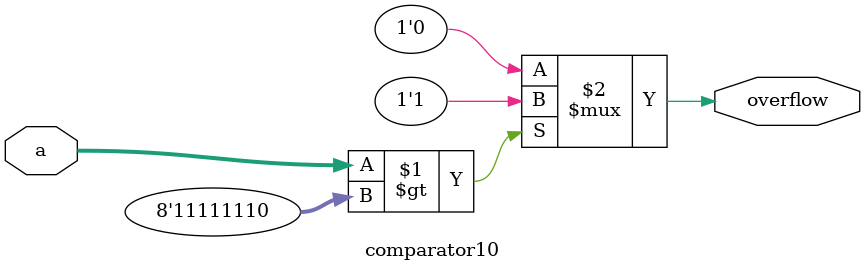
<source format=v>
module comparator10(
input [7:0]a,
output overflow
);

assign overflow = (a > 8'd254) ?1'd1:1'd0;

endmodule

</source>
